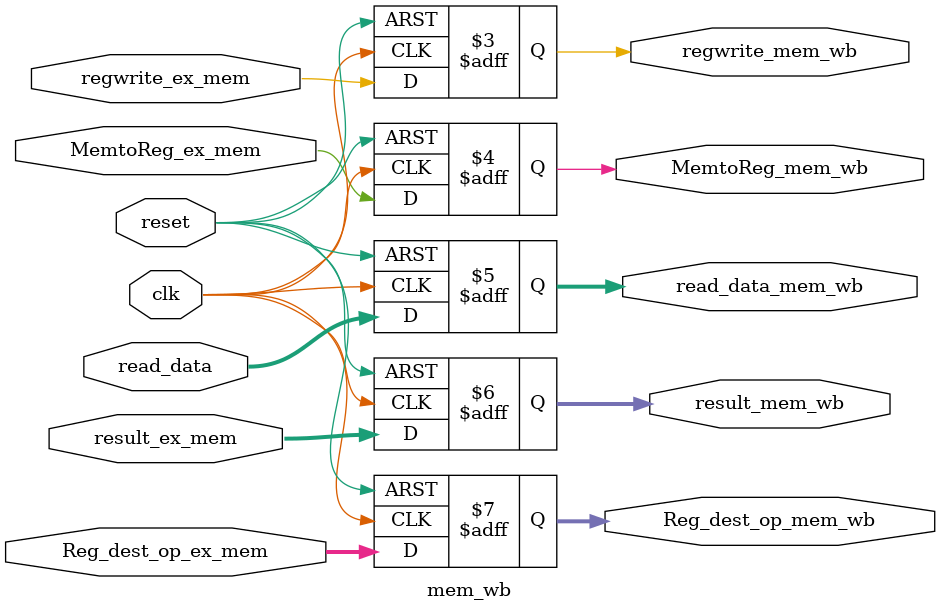
<source format=v>
`timescale 1ns / 1ps


module mem_wb(read_data,
regwrite_ex_mem,MemtoReg_ex_mem,
result_ex_mem,
Reg_dest_op_ex_mem,
regwrite_mem_wb,MemtoReg_mem_wb,
read_data_mem_wb,
result_mem_wb,
Reg_dest_op_mem_wb,
reset, clk);

input [31:0] read_data, result_ex_mem;
input regwrite_ex_mem,MemtoReg_ex_mem;
input [4:0] Reg_dest_op_ex_mem;
input reset,clk;

output reg regwrite_mem_wb, MemtoReg_mem_wb;
output reg [31:0] read_data_mem_wb , result_mem_wb;
output reg [4:0] Reg_dest_op_mem_wb;

always@(posedge clk or negedge reset)
begin

if(reset == 1'b0)
begin
regwrite_mem_wb = 0;
MemtoReg_mem_wb = 0;
read_data_mem_wb = 0;
result_mem_wb = 0;
Reg_dest_op_mem_wb = 0;
end

else
begin
regwrite_mem_wb = regwrite_ex_mem;
MemtoReg_mem_wb = MemtoReg_ex_mem;
read_data_mem_wb = read_data;
result_mem_wb = result_ex_mem;
Reg_dest_op_mem_wb = Reg_dest_op_ex_mem;
end

end

endmodule

</source>
